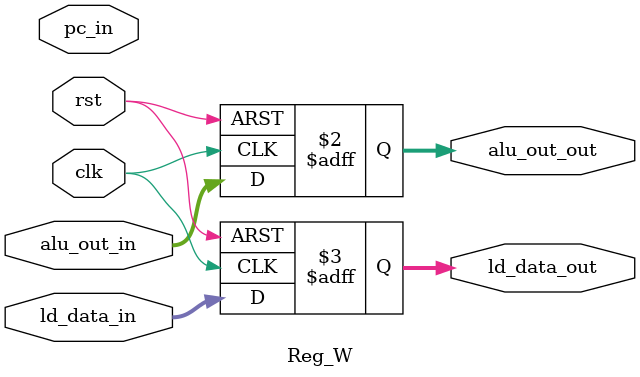
<source format=v>
module Reg_W (clk,rst,pc_in,ld_data_in,alu_out_in,ld_data_out,alu_out_out);
    input clk,rst;
    input [31:0] alu_out_in,ld_data_in;
	input [15:0] pc_in;
    output reg [31:0] alu_out_out,ld_data_out;
    reg [15:0] pc_out;

    always @(posedge clk or posedge rst) 
    begin
        if (rst) 
        begin
            pc_out <=16'b0;
            alu_out_out <= 32'b0;   
            ld_data_out <= 32'b0;
        end
        else
        begin
            pc_out <= pc_in;
            alu_out_out <= alu_out_in;   
            ld_data_out <= ld_data_in;
        end    
    end

    
endmodule
</source>
